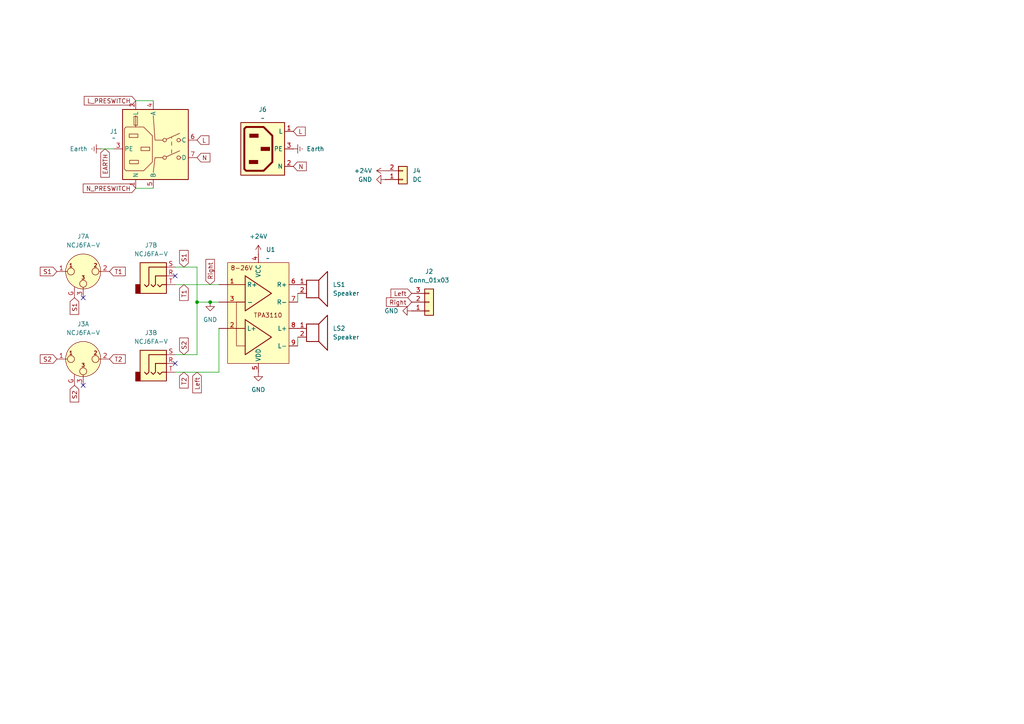
<source format=kicad_sch>
(kicad_sch (version 20231120) (generator "eeschema") (generator_version "8.0")
  (paper "A4")
  (lib_symbols
    (symbol "Connector_Audio:NCJ6FA-V" (pin_names hide)
      (property "Reference" "J" (at 0 10.16 0))
      (property "Value" "NCJ6FA-V" (at 0 7.62 0))
      (symbol "NCJ6FA-V_1_1"
        (circle (center -3.556 0) (radius 1.016))
        (circle (center 0 -3.556) (radius 1.016))
        (polyline (pts (xy -5.08 0) (xy -4.572 0)))
        (polyline (pts (xy -2.54 -5.08) (xy -2.54 -4.445)))
        (polyline (pts (xy 0 -5.08) (xy 0 -4.572)))
        (polyline (pts (xy 5.08 0) (xy 4.572 0)))
        (circle (center 0 0) (radius 5.08) (fill (type background)))
        (circle (center 3.556 0) (radius 1.016))
        (text "1" (at -3.556 1.778 0) (effects (font (size 1.016 1.016) (bold yes))))
        (text "2" (at 3.556 1.778 0) (effects (font (size 1.016 1.016) (bold yes))))
        (text "3" (at 0 -1.778 0) (effects (font (size 1.016 1.016) (bold yes))))
        (pin passive line (at -7.62 0 0) (length 2.54) (name "~") (number "1"))
        (pin passive line (at 7.62 0 180) (length 2.54) (name "~") (number "2"))
        (pin passive line (at 0 -7.62 90) (length 2.54) (name "~") (number "3"))
        (pin passive line (at -2.54 -7.62 90) (length 2.54) (name "~") (number "G"))
      )
      (symbol "NCJ6FA-V_2_1"
        (rectangle (start -5.08 -2.54) (end -6.35 -5.08) (stroke (width 0.254)) (fill (type outline)))
        (polyline (pts (xy 0 -2.54) (xy 0.635 -3.175) (xy 1.27 -2.54) (xy 2.54 -2.54)) (stroke (width 0.254)))
        (polyline (pts (xy -1.905 -2.54) (xy -1.27 -3.175) (xy -0.635 -2.54) (xy -0.635 0) (xy 2.54 0)) (stroke (width 0.254)))
        (polyline (pts (xy 2.54 2.54) (xy -2.54 2.54) (xy -2.54 -2.54) (xy -3.175 -3.175) (xy -3.81 -2.54)) (stroke (width 0.254)))
        (rectangle (start 2.54 3.81) (end -5.08 -5.08) (stroke (width 0.254)) (fill (type background)))
        (pin passive line (at 5.08 0 180) (length 2.54) (name "~") (number "R"))
        (pin passive line (at 5.08 2.54 180) (length 2.54) (name "~") (number "S"))
        (pin passive line (at 5.08 -2.54 180) (length 2.54) (name "~") (number "T"))
      )
    )
    (symbol "Connector_Generic:Conn_01x02" (pin_names (offset 1.016) hide)
      (property "Reference" "J" (at 0 2.54 0))
      (property "Value" "Conn_01x02" (at 0 -5.08 0))
      (symbol "Conn_01x02_1_1"
        (rectangle (start -1.27 -2.413) (end 0 -2.667) (stroke (width 0.1524)))
        (rectangle (start -1.27 0.127) (end 0 -0.127) (stroke (width 0.1524)))
        (rectangle (start -1.27 1.27) (end 1.27 -3.81) (stroke (width 0.254)) (fill (type background)))
        (pin passive line (at -5.08 0 0) (length 3.81) (name "Pin_1") (number "1"))
        (pin passive line (at -5.08 -2.54 0) (length 3.81) (name "Pin_2") (number "2"))
      )
    )
    (symbol "Connector_Generic:Conn_01x03" (pin_names (offset 1.016) hide)
      (property "Reference" "J" (at 0 5.08 0))
      (property "Value" "Conn_01x03" (at 0 -5.08 0))
      (symbol "Conn_01x03_1_1"
        (rectangle (start -1.27 -2.413) (end 0 -2.667) (stroke (width 0.1524)))
        (rectangle (start -1.27 0.127) (end 0 -0.127) (stroke (width 0.1524)))
        (rectangle (start -1.27 2.667) (end 0 2.413) (stroke (width 0.1524)))
        (rectangle (start -1.27 3.81) (end 1.27 -3.81) (stroke (width 0.254)) (fill (type background)))
        (pin passive line (at -5.08 2.54 0) (length 3.81) (name "Pin_1") (number "1"))
        (pin passive line (at -5.08 0 0) (length 3.81) (name "Pin_2") (number "2"))
        (pin passive line (at -5.08 -2.54 0) (length 3.81) (name "Pin_3") (number "3"))
      )
    )
    (symbol "Device:Speaker" (pin_names (offset 0) hide)
      (property "Reference" "LS" (at 1.27 5.715 0))
      (property "Value" "Speaker" (at 1.27 3.81 0))
      (symbol "Speaker_0_0"
        (rectangle (start -2.54 1.27) (end 1.016 -3.81) (stroke (width 0.254)))
        (polyline (pts (xy 1.016 1.27) (xy 3.556 3.81) (xy 3.556 -6.35) (xy 1.016 -3.81)) (stroke (width 0.254)))
      )
      (symbol "Speaker_1_1"
        (pin input line (at -5.08 0 0) (length 2.54) (name "1") (number "1"))
        (pin input line (at -5.08 -2.54 0) (length 2.54) (name "2") (number "2"))
      )
    )
    (symbol "c14-outlet:c14-outlet"
      (property "Reference" "J" (at 0 8.89 0))
      (symbol "c14-outlet_1_1"
        (rectangle (start -6.35 7.62) (end 6.35 -7.62) (stroke (width 0.254)) (fill (type background)))
        (rectangle (start -3.937 -3.302) (end -1.397 -4.318) (fill (type outline)))
        (rectangle (start -3.81 4.318) (end -1.27 3.302) (fill (type outline)))
        (rectangle (start -0.508 0.508) (end 2.032 -0.508) (fill (type outline)))
        (polyline (pts (xy -4.826 -6.35) (xy -5.334 -5.842) (xy -5.334 5.842) (xy -4.826 6.35) (xy 0.254 6.35) (xy 2.794 3.81) (xy 2.794 -3.81) (xy 0.254 -6.35) (xy -4.826 -6.35)) (stroke (width 0.5588)) (fill (type background)))
        (pin power_in line (at 8.89 5.08 180) (length 2.54) (name "L") (number "1"))
        (pin power_in line (at 8.89 -5.08 180) (length 2.54) (name "N") (number "2"))
        (pin bidirectional line (at 8.89 0 180) (length 2.54) (name "PE") (number "3"))
      )
    )
    (symbol "iec320-c14:iec320-c14"
      (property "Reference" "J" (at 10.414 12.954 0))
      (symbol "iec320-c14_0_0"
        (circle (center 5.842 -2.54) (radius 0.508))
        (circle (center 5.842 2.54) (radius 0.508))
        (circle (center 9.906 -2.54) (radius 0.508))
        (circle (center 9.906 2.54) (radius 0.508))
      )
      (symbol "iec320-c14_0_1"
        (rectangle (start -3.048 9.398) (end -2.032 6.858))
        (polyline (pts (xy -2.54 6.858) (xy -2.54 6.35)))
        (polyline (pts (xy -2.54 6.858) (xy -2.54 9.398)))
        (polyline (pts (xy -2.54 9.398) (xy -2.54 9.652)))
        (polyline (pts (xy 6.35 -2.286) (xy 10.2108 -0.5588)))
        (polyline (pts (xy 6.35 2.794) (xy 10.2108 4.5212)))
        (polyline (pts (xy 7.874 -1.27) (xy 7.874 -0.254)))
        (polyline (pts (xy 7.874 1.016) (xy 7.874 2.032)))
        (polyline (pts (xy 7.874 3.048) (xy 7.874 3.302)))
        (polyline (pts (xy 10.414 -2.54) (xy 10.668 -2.54)))
        (polyline (pts (xy 10.414 2.54) (xy 10.668 2.54)))
        (polyline (pts (xy 2.54 -6.858) (xy 3.048 -2.54) (xy 5.334 -2.54)))
        (polyline (pts (xy 2.54 9.652) (xy 3.048 2.54) (xy 5.334 2.54)))
      )
      (symbol "iec320-c14_1_1"
        (rectangle (start -6.35 11.43) (end 12.7 -8.89) (stroke (width 0.254)) (fill (type background)))
        (rectangle (start -4.445 4.318) (end -1.905 3.302))
        (rectangle (start -4.318 -3.302) (end -1.778 -4.318))
        (rectangle (start -1.016 0.508) (end 1.524 -0.508))
        (polyline (pts (xy -5.334 6.35) (xy -5.842 5.842) (xy -5.842 -5.842) (xy -5.334 -6.35) (xy -0.254 -6.35) (xy 2.286 -3.81) (xy 2.286 3.81) (xy -0.254 6.35) (xy -5.334 6.35)) (fill (type background)))
        (pin power_in line (at -2.54 -11.43 90) (length 2.54) (name "N") (number "1"))
        (pin power_in line (at -2.54 13.97 270) (length 2.54) (name "L") (number "2"))
        (pin bidirectional line (at -8.89 0 0) (length 2.54) (name "PE") (number "3"))
        (pin passive line (at 2.54 13.97 270) (length 2.54) (name "A") (number "4"))
        (pin passive line (at 2.54 -11.43 90) (length 2.54) (name "B") (number "5"))
        (pin passive line (at 15.24 2.54 180) (length 2.54) (name "C") (number "6"))
        (pin passive line (at 15.24 -2.54 180) (length 2.54) (name "D") (number "7"))
      )
    )
    (symbol "power:+24V" (power) (pin_numbers hide) (pin_names (offset 0) hide)
      (property "Value" "+24V" (at 0 3.556 0))
      (symbol "+24V_0_1"
        (polyline (pts (xy -0.762 1.27) (xy 0 2.54)))
        (polyline (pts (xy 0 0) (xy 0 2.54)))
        (polyline (pts (xy 0 2.54) (xy 0.762 1.27)))
      )
      (symbol "+24V_1_1"
        (pin power_in line (at 0 0 90) (length 0) (name "~") (number "1"))
      )
    )
    (symbol "power:Earth" (power) (pin_numbers hide) (pin_names (offset 0) hide)
      (property "Value" "Earth" (at 0 -3.81 0))
      (symbol "Earth_0_1"
        (polyline (pts (xy -0.635 -1.905) (xy 0.635 -1.905)))
        (polyline (pts (xy -0.127 -2.54) (xy 0.127 -2.54)))
        (polyline (pts (xy 0 -1.27) (xy 0 0)))
        (polyline (pts (xy 1.27 -1.27) (xy -1.27 -1.27)))
      )
      (symbol "Earth_1_1"
        (pin power_in line (at 0 0 270) (length 0) (name "~") (number "1"))
      )
    )
    (symbol "power:GND" (power) (pin_numbers hide) (pin_names (offset 0) hide)
      (property "Value" "GND" (at 0 -3.81 0))
      (symbol "GND_0_1"
        (polyline (pts (xy 0 0) (xy 0 -1.27) (xy 1.27 -1.27) (xy 0 -2.54) (xy -1.27 -1.27) (xy 0 -1.27)))
      )
      (symbol "GND_1_1"
        (pin power_in line (at 0 0 270) (length 0) (name "~") (number "1"))
      )
    )
    (symbol "tpa3110:tpa3110"
      (property "Reference" "U" (at -8.128 16.51 0))
      (symbol "tpa3110_0_1"
        (polyline (pts (xy -3.81 -1.27) (xy -3.81 -11.43) (xy 3.81 -6.35) (xy -3.81 -1.27)) (stroke (width 0.254)) (fill (type background)))
        (polyline (pts (xy -3.81 11.43) (xy -3.81 1.27) (xy 3.81 6.35) (xy -3.81 11.43)) (stroke (width 0.254)) (fill (type background)))
      )
      (symbol "tpa3110_1_1"
        (rectangle (start -8.89 15.24) (end 8.89 -13.97) (fill (type background)))
        (polyline (pts (xy -3.81 3.81) (xy -6.35 3.81) (xy -6.35 -8.89) (xy -3.81 -8.89)))
        (text "8-26V" (at -4.826 13.716 0) (effects (font (size 1.27 1.27))))
        (text "TPA3110" (at 2.794 0 0) (effects (font (size 1.27 1.27))))
        (pin input line (at -11.43 8.89 0) (length 7.62) (name "R+") (number "1"))
        (pin input line (at -11.43 -3.81 0) (length 7.62) (name "L+") (number "2"))
        (pin input line (at -11.43 3.81 0) (length 7.62) (name "-") (number "3"))
        (pin power_in line (at 0 17.78 270) (length 2.54) (name "VCC") (number "4"))
        (pin power_in line (at 0 -16.51 90) (length 2.54) (name "VDD") (number "5"))
        (pin output line (at 11.43 8.89 180) (length 2.54) (name "R+") (number "6"))
        (pin output line (at 11.43 3.81 180) (length 2.54) (name "R-") (number "7"))
        (pin output line (at 11.43 -3.81 180) (length 2.54) (name "L+") (number "8"))
        (pin output line (at 11.43 -8.89 180) (length 2.54) (name "L-") (number "9"))
      )
    )
  )
  (junction (at 57.15 87.63))
  (junction (at 60.96 87.63))
  (no_connect (at 50.8 80.01))
  (no_connect (at 50.8 105.41))
  (no_connect (at 24.13 111.76))
  (no_connect (at 24.13 86.36))
  (wire (pts (xy 57.15 87.63) (xy 60.96 87.63)))
  (wire (pts (xy 29.21 43.18) (xy 33.02 43.18)))
  (wire (pts (xy 50.8 82.55) (xy 63.5 82.55)))
  (wire (pts (xy 39.37 29.21) (xy 44.45 29.21)))
  (wire (pts (xy 86.36 85.09) (xy 86.36 87.63)))
  (wire (pts (xy 57.15 87.63) (xy 57.15 77.47)))
  (wire (pts (xy 50.8 102.87) (xy 57.15 102.87)))
  (wire (pts (xy 57.15 77.47) (xy 50.8 77.47)))
  (wire (pts (xy 86.36 97.79) (xy 86.36 100.33)))
  (wire (pts (xy 60.96 87.63) (xy 63.5 87.63)))
  (wire (pts (xy 57.15 87.63) (xy 57.15 102.87)))
  (wire (pts (xy 50.8 107.95) (xy 63.5 107.95)))
  (wire (pts (xy 39.37 54.61) (xy 44.45 54.61)))
  (wire (pts (xy 63.5 107.95) (xy 63.5 95.25)))
  (global_label "T2" (shape input) (at 53.34 107.95 270) (property "Intersheetrefs" "${INTERSHEET_REFS}" (effects (hide yes))))
  (global_label "S1" (shape input) (at 16.51 78.74 180) (property "Intersheetrefs" "${INTERSHEET_REFS}" (effects (hide yes))))
  (global_label "S2" (shape input) (at 21.59 111.76 270) (property "Intersheetrefs" "${INTERSHEET_REFS}" (effects (hide yes))))
  (global_label "EARTH" (shape input) (at 30.48 43.18 270) (property "Intersheetrefs" "${INTERSHEET_REFS}" (effects (hide yes))))
  (global_label "T1" (shape input) (at 31.75 78.74 0) (property "Intersheetrefs" "${INTERSHEET_REFS}" (effects (hide yes))))
  (global_label "N" (shape input) (at 57.15 45.72 0) (property "Intersheetrefs" "${INTERSHEET_REFS}" (effects (hide yes))))
  (global_label "N_PRESWITCH" (shape input) (at 39.37 54.61 180) (property "Intersheetrefs" "${INTERSHEET_REFS}" (effects (hide yes))))
  (global_label "Left" (shape input) (at 119.38 85.09 180) (property "Intersheetrefs" "${INTERSHEET_REFS}" (effects (hide yes))))
  (global_label "Right" (shape input) (at 60.96 82.55 90) (property "Intersheetrefs" "${INTERSHEET_REFS}" (effects (hide yes))))
  (global_label "S2" (shape input) (at 53.34 102.87 90) (property "Intersheetrefs" "${INTERSHEET_REFS}" (effects (hide yes))))
  (global_label "Left" (shape input) (at 57.15 107.95 270) (property "Intersheetrefs" "${INTERSHEET_REFS}" (effects (hide yes))))
  (global_label "Right" (shape input) (at 119.38 87.63 180) (property "Intersheetrefs" "${INTERSHEET_REFS}" (effects (hide yes))))
  (global_label "T1" (shape input) (at 53.34 82.55 270) (property "Intersheetrefs" "${INTERSHEET_REFS}" (effects (hide yes))))
  (global_label "L_PRESWITCH" (shape input) (at 39.37 29.21 180) (property "Intersheetrefs" "${INTERSHEET_REFS}" (effects (hide yes))))
  (global_label "S2" (shape input) (at 16.51 104.14 180) (property "Intersheetrefs" "${INTERSHEET_REFS}" (effects (hide yes))))
  (global_label "L" (shape input) (at 57.15 40.64 0) (property "Intersheetrefs" "${INTERSHEET_REFS}" (effects (hide yes))))
  (global_label "T2" (shape input) (at 31.75 104.14 0) (property "Intersheetrefs" "${INTERSHEET_REFS}" (effects (hide yes))))
  (global_label "L" (shape input) (at 85.09 38.1 0) (property "Intersheetrefs" "${INTERSHEET_REFS}" (effects (hide yes))))
  (global_label "N" (shape input) (at 85.09 48.26 0) (property "Intersheetrefs" "${INTERSHEET_REFS}" (effects (hide yes))))
  (global_label "S1" (shape input) (at 21.59 86.36 270) (property "Intersheetrefs" "${INTERSHEET_REFS}" (effects (hide yes))))
  (global_label "S1" (shape input) (at 53.34 77.47 90) (property "Intersheetrefs" "${INTERSHEET_REFS}" (effects (hide yes))))
  (symbol (lib_id "power:GND") (at 74.93 107.95 0) (unit 1)
    (property "Reference" "#PWR03" (effects (hide yes)))
    (property "Value" "GND" (at 74.93 113.03 0))
    (property "Description" "Power symbol creates a global label with name \"GND\" , ground" (effects (hide yes)))
  )
  (symbol (lib_id "power:Earth") (at 29.21 43.18 270) (unit 1)
    (property "Reference" "#PWR01" (effects (hide yes)))
    (property "Value" "Earth" (at 25.4 43.1799 90) (effects (justify right)))
    (property "Description" "Power symbol creates a global label with name \"Earth\"" (effects (hide yes)))
  )
  (symbol (lib_id "Connector_Audio:NCJ6FA-V") (at 24.13 104.14 0) (unit 1)
    (property "Reference" "J3" (at 24.13 93.98 0))
    (property "Value" "NCJ6FA-V" (at 24.13 96.52 0))
    (property "Footprint" "Connector_Audio:Jack_XLR-6.35mm_Neutrik_NCJ6FA-V_Vertical" (effects (hide yes)))
    (property "Datasheet" "https://www.neutrik.com/en/product/ncj6fa-v" (effects (hide yes)))
    (property "Description" "Combo A series, 3 pole XLR female receptacle with 6.35mm (1/4in) stereo jack, vertical PCB mount" (effects (hide yes)))
  )
  (symbol (lib_id "Device:Speaker") (at 91.44 82.55 0) (unit 1)
    (property "Reference" "LS1" (at 96.52 82.5499 0) (effects (justify left)))
    (property "Value" "Speaker" (at 96.52 85.0899 0) (effects (justify left)))
    (property "Footprint" "Connector_PinHeader_2.54mm:PinHeader_1x02_P2.54mm_Vertical" (effects (hide yes)))
    (property "Description" "Speaker" (effects (hide yes)))
  )
  (symbol (lib_id "Connector_Audio:NCJ6FA-V") (at 45.72 80.01 0) (unit 2)
    (property "Reference" "J7" (at 43.815 71.12 0))
    (property "Value" "NCJ6FA-V" (at 43.815 73.66 0))
    (property "Footprint" "Connector_Audio:Jack_XLR-6.35mm_Neutrik_NCJ6FA-V_Vertical" (effects (hide yes)))
    (property "Datasheet" "https://www.neutrik.com/en/product/ncj6fa-v" (effects (hide yes)))
    (property "Description" "Combo A series, 3 pole XLR female receptacle with 6.35mm (1/4in) stereo jack, vertical PCB mount" (effects (hide yes)))
  )
  (symbol (lib_id "power:+24V") (at 74.93 73.66 0) (unit 1)
    (property "Reference" "#PWR04" (effects (hide yes)))
    (property "Value" "+24V" (at 74.93 68.58 0))
    (property "Description" "Power symbol creates a global label with name \"+24V\"" (effects (hide yes)))
  )
  (symbol (lib_id "power:Earth") (at 85.09 43.18 90) (unit 1)
    (property "Reference" "#PWR02" (effects (hide yes)))
    (property "Value" "Earth" (at 88.9 43.1799 90) (effects (justify right)))
    (property "Description" "Power symbol creates a global label with name \"Earth\"" (effects (hide yes)))
  )
  (symbol (lib_id "Device:Speaker") (at 91.44 95.25 0) (unit 1)
    (property "Reference" "LS2" (at 96.52 95.2499 0) (effects (justify left)))
    (property "Value" "Speaker" (at 96.52 97.7899 0) (effects (justify left)))
    (property "Footprint" "Connector_PinHeader_2.54mm:PinHeader_1x02_P2.54mm_Vertical" (effects (hide yes)))
    (property "Description" "Speaker" (effects (hide yes)))
  )
  (symbol (lib_id "power:GND") (at 60.96 87.63 0) (unit 1)
    (property "Reference" "#PWR08" (effects (hide yes)))
    (property "Value" "GND" (at 60.96 92.71 0))
    (property "Description" "Power symbol creates a global label with name \"GND\" , ground" (effects (hide yes)))
  )
  (symbol (lib_id "Connector_Audio:NCJ6FA-V") (at 24.13 78.74 0) (unit 1)
    (property "Reference" "J7" (at 24.13 68.58 0))
    (property "Value" "NCJ6FA-V" (at 24.13 71.12 0))
    (property "Footprint" "Connector_Audio:Jack_XLR-6.35mm_Neutrik_NCJ6FA-V_Vertical" (effects (hide yes)))
    (property "Datasheet" "https://www.neutrik.com/en/product/ncj6fa-v" (effects (hide yes)))
    (property "Description" "Combo A series, 3 pole XLR female receptacle with 6.35mm (1/4in) stereo jack, vertical PCB mount" (effects (hide yes)))
  )
  (symbol (lib_id "power:GND") (at 111.76 52.07 270) (unit 1)
    (property "Reference" "#PWR07" (effects (hide yes)))
    (property "Value" "GND" (at 107.95 52.0699 90) (effects (justify right)))
    (property "Description" "Power symbol creates a global label with name \"GND\" , ground" (effects (hide yes)))
  )
  (symbol (lib_id "tpa3110:tpa3110") (at 74.93 91.44 0) (unit 1)
    (property "Reference" "U1" (at 77.1241 72.39 0) (effects (justify left)))
    (property "Value" "~" (at 77.1241 74.93 0) (effects (justify left)))
    (property "Footprint" "tpa3110:tpa3110" (effects (hide yes)))
  )
  (symbol (lib_id "power:+24V") (at 111.76 49.53 90) (unit 1)
    (property "Reference" "#PWR06" (effects (hide yes)))
    (property "Value" "+24V" (at 107.95 49.5299 90) (effects (justify left)))
    (property "Description" "Power symbol creates a global label with name \"+24V\"" (effects (hide yes)))
  )
  (symbol (lib_id "Connector_Generic:Conn_01x02") (at 116.84 52.07 0) (mirror x) (unit 1)
    (property "Reference" "J4" (at 119.634 49.53 0) (effects (justify left)))
    (property "Value" "DC" (at 119.634 52.07 0) (effects (justify left)))
    (property "Footprint" "Connector_PinHeader_2.54mm:PinHeader_1x02_P2.54mm_Vertical" (effects (hide yes)))
    (property "Description" "Generic connector, single row, 01x02, script generated (kicad-library-utils/schlib/autogen/connector/)" (effects (hide yes)))
  )
  (symbol (lib_id "power:GND") (at 119.38 90.17 270) (unit 1)
    (property "Reference" "#PWR05" (effects (hide yes)))
    (property "Value" "GND" (at 115.57 90.1699 90) (effects (justify right)))
    (property "Description" "Power symbol creates a global label with name \"GND\" , ground" (effects (hide yes)))
  )
  (symbol (lib_id "Connector_Generic:Conn_01x03") (at 124.46 87.63 0) (mirror x) (unit 1)
    (property "Reference" "J2" (at 124.46 78.74 0))
    (property "Value" "Conn_01x03" (at 124.46 81.28 0))
    (property "Footprint" "Connector_PinHeader_2.54mm:PinHeader_1x03_P2.54mm_Vertical" (effects (hide yes)))
    (property "Description" "Generic connector, single row, 01x03, script generated (kicad-library-utils/schlib/autogen/connector/)" (effects (hide yes)))
  )
  (symbol (lib_id "c14-outlet:c14-outlet") (at 76.2 43.18 0) (unit 1)
    (property "Reference" "J6" (at 76.2 31.75 0))
    (property "Value" "~" (at 76.2 34.29 0))
    (property "Footprint" "c14-outlet:c14-outlet" (effects (hide yes)))
  )
  (symbol (lib_id "iec320-c14:iec320-c14") (at 41.91 43.18 0) (unit 1)
    (property "Reference" "J1" (at 33.02 38.1314 0))
    (property "Value" "~" (at 33.02 40.0365 0))
    (property "Footprint" "iec320-c14:iec320-c14" (effects (hide yes)))
  )
  (symbol (lib_id "Connector_Audio:NCJ6FA-V") (at 45.72 105.41 0) (unit 2)
    (property "Reference" "J3" (at 43.815 96.52 0))
    (property "Value" "NCJ6FA-V" (at 43.815 99.06 0))
    (property "Footprint" "Connector_Audio:Jack_XLR-6.35mm_Neutrik_NCJ6FA-V_Vertical" (effects (hide yes)))
    (property "Datasheet" "https://www.neutrik.com/en/product/ncj6fa-v" (effects (hide yes)))
    (property "Description" "Combo A series, 3 pole XLR female receptacle with 6.35mm (1/4in) stereo jack, vertical PCB mount" (effects (hide yes)))
  )
)
</source>
